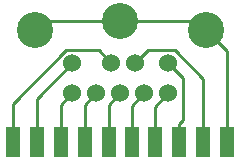
<source format=gtl>
G04 #@! TF.FileFunction,Copper,L1,Top,Signal*
%FSLAX46Y46*%
G04 Gerber Fmt 4.6, Leading zero omitted, Abs format (unit mm)*
G04 Created by KiCad (PCBNEW 4.0.2+dfsg1-stable) date Tue 04 Sep 2018 12:45:05 PM EDT*
%MOMM*%
G01*
G04 APERTURE LIST*
%ADD10C,0.100000*%
%ADD11C,1.524000*%
%ADD12C,3.048000*%
%ADD13R,1.270000X2.540000*%
%ADD14C,0.254000*%
G04 APERTURE END LIST*
D10*
D11*
X149542500Y-96266000D03*
X147510500Y-96266000D03*
X145478500Y-96266000D03*
X151574500Y-96266000D03*
X153606500Y-96266000D03*
X153606500Y-93726000D03*
X145478500Y-93726000D03*
X150812500Y-93726000D03*
X148780500Y-93726000D03*
D12*
X149542500Y-90170000D03*
X142303500Y-90932000D03*
X156781500Y-90932000D03*
D13*
X144526000Y-100393500D03*
X146558000Y-100393500D03*
X142494000Y-100393500D03*
X150495000Y-100393500D03*
X148590000Y-100393500D03*
X156527500Y-100393500D03*
X154495500Y-100393500D03*
X152463500Y-100393500D03*
X140462000Y-100393500D03*
X158559500Y-100393500D03*
D14*
X148590000Y-100393500D02*
X148590000Y-97218500D01*
X148590000Y-97218500D02*
X149542500Y-96266000D01*
X152463500Y-100393500D02*
X152463500Y-97409000D01*
X152463500Y-97409000D02*
X153606500Y-96266000D01*
X150495000Y-100393500D02*
X150495000Y-97345500D01*
X150495000Y-97345500D02*
X151574500Y-96266000D01*
X154876500Y-98488500D02*
X154876500Y-94996000D01*
X154876500Y-94996000D02*
X153606500Y-93726000D01*
X154495500Y-100393500D02*
X154495500Y-98869500D01*
X154495500Y-98869500D02*
X154876500Y-98488500D01*
X142494000Y-100393500D02*
X142494000Y-96710500D01*
X142494000Y-96710500D02*
X145478500Y-93726000D01*
X150812500Y-93726000D02*
X151904701Y-92633799D01*
X154130757Y-92633799D02*
X156527500Y-95030542D01*
X151904701Y-92633799D02*
X154130757Y-92633799D01*
X156527500Y-95030542D02*
X156527500Y-98869500D01*
X156527500Y-98869500D02*
X156527500Y-100393500D01*
X148780500Y-93726000D02*
X147688299Y-92633799D01*
X147688299Y-92633799D02*
X144954243Y-92633799D01*
X144954243Y-92633799D02*
X140462000Y-97126042D01*
X140462000Y-97126042D02*
X140462000Y-98869500D01*
X140462000Y-98869500D02*
X140462000Y-100393500D01*
X149542500Y-90170000D02*
X143065500Y-90170000D01*
X143065500Y-90170000D02*
X142303500Y-90932000D01*
X149542500Y-90170000D02*
X156019500Y-90170000D01*
X156019500Y-90170000D02*
X156781500Y-90932000D01*
X158559500Y-100393500D02*
X158559500Y-92710000D01*
X158559500Y-92710000D02*
X156781500Y-90932000D01*
X146558000Y-100393500D02*
X146558000Y-97218500D01*
X146558000Y-97218500D02*
X147510500Y-96266000D01*
X144526000Y-100393500D02*
X144526000Y-97218500D01*
X144526000Y-97218500D02*
X145478500Y-96266000D01*
M02*

</source>
